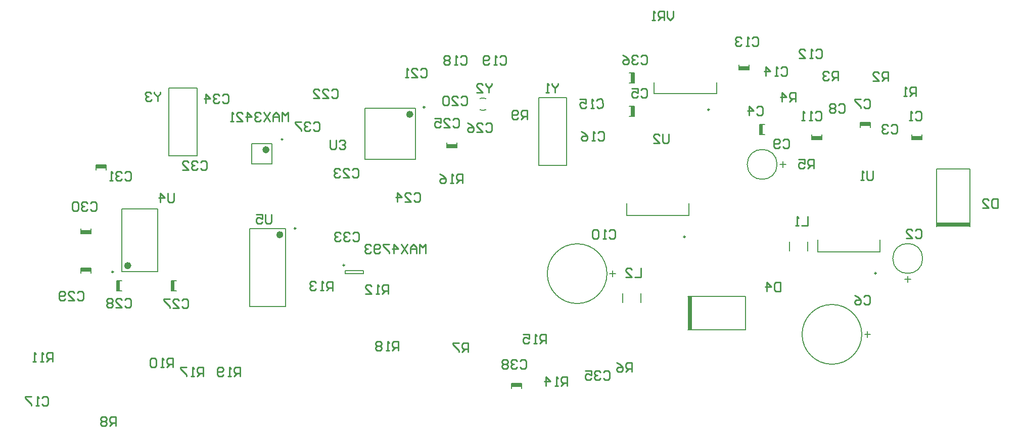
<source format=gbo>
%FSLAX25Y25*%
%MOIN*%
G70*
G01*
G75*
G04 Layer_Color=32896*
%ADD10P,0.08352X4X381.0*%
%ADD11R,0.05906X0.05906*%
%ADD12P,0.08352X4X393.0*%
%ADD13P,0.08352X4X375.0*%
%ADD14P,0.08352X4X387.0*%
%ADD15P,0.08352X4X165.0*%
%ADD16R,0.05906X0.05906*%
%ADD17C,0.01000*%
%ADD18C,0.01969*%
%ADD19C,0.07874*%
%ADD20C,0.14961*%
%ADD21C,0.11811*%
%ADD22C,0.07575*%
%ADD23C,0.09843*%
%ADD24P,0.08908X4X47.0*%
%ADD25C,0.06299*%
%ADD26C,0.18740*%
%ADD27P,0.09410X4X312.0*%
%ADD28C,0.06654*%
%ADD29C,0.05906*%
%ADD30C,0.11024*%
%ADD31R,0.11024X0.11024*%
%ADD32C,0.25000*%
%ADD33C,0.05512*%
%ADD34P,0.05966X8X112.5*%
%ADD35R,0.06654X0.06654*%
%ADD36R,0.11024X0.11024*%
%ADD37R,0.04921X0.04921*%
%ADD38C,0.04921*%
G04:AMPARAMS|DCode=39|XSize=60mil|YSize=59.96mil|CornerRadius=0mil|HoleSize=0mil|Usage=FLASHONLY|Rotation=357.000|XOffset=0mil|YOffset=0mil|HoleType=Round|Shape=Round|*
%AMOVALD39*
21,1,0.00004,0.05996,0.00000,0.00000,357.0*
1,1,0.05996,-0.00002,0.00000*
1,1,0.05996,0.00002,-0.00000*
%
%ADD39OVALD39*%

%ADD40C,0.04724*%
%ADD41R,0.04921X0.04921*%
%ADD42C,0.05000*%
%ADD43O,0.01181X0.09843*%
%ADD44O,0.09843X0.01181*%
%ADD45R,0.03150X0.03543*%
%ADD46R,0.03543X0.03150*%
%ADD47R,0.07480X0.05906*%
%ADD48R,0.12992X0.05512*%
%ADD49O,0.09055X0.02362*%
%ADD50R,0.03937X0.15551*%
%ADD51R,0.05906X0.07480*%
%ADD52R,0.05906X0.09449*%
%ADD53R,0.27362X0.35827*%
%ADD54R,0.28740X0.34252*%
%ADD55R,0.02362X0.04331*%
%ADD56O,0.06102X0.01181*%
%ADD57O,0.01181X0.06102*%
%ADD58C,0.00984*%
%ADD59C,0.00787*%
%ADD60C,0.00500*%
%ADD61C,0.00591*%
%ADD62P,0.09483X4X381.0*%
%ADD63R,0.06706X0.06706*%
%ADD64P,0.09483X4X393.0*%
%ADD65P,0.09483X4X375.0*%
%ADD66P,0.09483X4X387.0*%
%ADD67P,0.09483X4X165.0*%
%ADD68R,0.06706X0.06706*%
%ADD69C,0.08674*%
%ADD70C,0.15761*%
%ADD71C,0.12611*%
%ADD72C,0.08375*%
%ADD73C,0.10642*%
%ADD74P,0.10040X4X47.0*%
%ADD75C,0.07099*%
%ADD76C,0.19540*%
%ADD77P,0.10541X4X312.0*%
%ADD78C,0.07453*%
%ADD79C,0.06706*%
%ADD80C,0.11824*%
%ADD81R,0.11824X0.11824*%
%ADD82C,0.25800*%
%ADD83C,0.06312*%
%ADD84P,0.06832X8X112.5*%
%ADD85R,0.07453X0.07453*%
%ADD86R,0.11824X0.11824*%
%ADD87R,0.05721X0.05721*%
%ADD88C,0.05721*%
G04:AMPARAMS|DCode=89|XSize=68mil|YSize=67.96mil|CornerRadius=0mil|HoleSize=0mil|Usage=FLASHONLY|Rotation=357.000|XOffset=0mil|YOffset=0mil|HoleType=Round|Shape=Round|*
%AMOVALD89*
21,1,0.00004,0.06796,0.00000,0.00000,357.0*
1,1,0.06796,-0.00002,0.00000*
1,1,0.06796,0.00002,-0.00000*
%
%ADD89OVALD89*%

%ADD90C,0.05524*%
%ADD91R,0.05721X0.05721*%
%ADD92C,0.05800*%
%ADD93O,0.01981X0.10642*%
%ADD94O,0.10642X0.01981*%
%ADD95R,0.03950X0.04343*%
%ADD96R,0.04343X0.03950*%
%ADD97R,0.08280X0.06706*%
%ADD98R,0.13792X0.06312*%
%ADD99O,0.09855X0.03162*%
%ADD100R,0.04737X0.16351*%
%ADD101R,0.06706X0.08280*%
%ADD102R,0.06706X0.10249*%
%ADD103R,0.28162X0.36627*%
%ADD104R,0.29540X0.35052*%
%ADD105R,0.03162X0.05131*%
%ADD106O,0.06902X0.01981*%
%ADD107O,0.01981X0.06902*%
%ADD108C,0.02362*%
%ADD109R,0.22047X0.03150*%
%ADD110R,0.06693X0.02165*%
%ADD111R,0.03150X0.22047*%
%ADD112R,0.02165X0.06693*%
D17*
X901110Y906088D02*
Y901090D01*
X902110Y900090D01*
X904109D01*
X905109Y901090D01*
Y906088D01*
X907108Y905088D02*
X908108Y906088D01*
X910107D01*
X911107Y905088D01*
Y904089D01*
X910107Y903089D01*
X909107D01*
X910107D01*
X911107Y902089D01*
Y901090D01*
X910107Y900090D01*
X908108D01*
X907108Y901090D01*
X1085001Y846098D02*
X1086001Y847098D01*
X1088000D01*
X1089000Y846098D01*
Y842100D01*
X1088000Y841100D01*
X1086001D01*
X1085001Y842100D01*
X1083002Y841100D02*
X1081003D01*
X1082002D01*
Y847098D01*
X1083002Y846098D01*
X1078004D02*
X1077004Y847098D01*
X1075004D01*
X1074005Y846098D01*
Y842100D01*
X1075004Y841100D01*
X1077004D01*
X1078004Y842100D01*
Y846098D01*
X1341500Y867498D02*
Y861500D01*
X1338501D01*
X1337501Y862500D01*
Y866498D01*
X1338501Y867498D01*
X1341500D01*
X1331503Y861500D02*
X1335502D01*
X1331503Y865499D01*
Y866498D01*
X1332503Y867498D01*
X1334502D01*
X1335502Y866498D01*
X830031Y935438D02*
X831031Y936438D01*
X833030D01*
X834030Y935438D01*
Y931440D01*
X833030Y930440D01*
X831031D01*
X830031Y931440D01*
X828032Y935438D02*
X827032Y936438D01*
X825033D01*
X824033Y935438D01*
Y934439D01*
X825033Y933439D01*
X826033D01*
X825033D01*
X824033Y932439D01*
Y931440D01*
X825033Y930440D01*
X827032D01*
X828032Y931440D01*
X819035Y930440D02*
Y936438D01*
X822034Y933439D01*
X818035D01*
X815601Y891298D02*
X816601Y892298D01*
X818600D01*
X819600Y891298D01*
Y887300D01*
X818600Y886300D01*
X816601D01*
X815601Y887300D01*
X813602Y891298D02*
X812602Y892298D01*
X810603D01*
X809603Y891298D01*
Y890299D01*
X810603Y889299D01*
X811603D01*
X810603D01*
X809603Y888299D01*
Y887300D01*
X810603Y886300D01*
X812602D01*
X813602Y887300D01*
X803605Y886300D02*
X807604D01*
X803605Y890299D01*
Y891298D01*
X804605Y892298D01*
X806604D01*
X807604Y891298D01*
X964080Y831420D02*
Y837418D01*
X962081Y835419D01*
X960081Y837418D01*
Y831420D01*
X958082D02*
Y835419D01*
X956083Y837418D01*
X954083Y835419D01*
Y831420D01*
Y834419D01*
X958082D01*
X952084Y837418D02*
X948085Y831420D01*
Y837418D02*
X952084Y831420D01*
X943087D02*
Y837418D01*
X946086Y834419D01*
X942087D01*
X940088Y837418D02*
X936089D01*
Y836418D01*
X940088Y832420D01*
Y831420D01*
X934090Y832420D02*
X933090Y831420D01*
X931091D01*
X930091Y832420D01*
Y836418D01*
X931091Y837418D01*
X933090D01*
X934090Y836418D01*
Y835419D01*
X933090Y834419D01*
X930091D01*
X928092Y836418D02*
X927092Y837418D01*
X925093D01*
X924093Y836418D01*
Y835419D01*
X925093Y834419D01*
X926092D01*
X925093D01*
X924093Y833419D01*
Y832420D01*
X925093Y831420D01*
X927092D01*
X928092Y832420D01*
X1007700Y943198D02*
Y942198D01*
X1005701Y940199D01*
X1003701Y942198D01*
Y943198D01*
X1005701Y940199D02*
Y937200D01*
X997703D02*
X1001702D01*
X997703Y941199D01*
Y942198D01*
X998703Y943198D01*
X1000702D01*
X1001702Y942198D01*
X862500Y856998D02*
Y852000D01*
X861500Y851000D01*
X859501D01*
X858501Y852000D01*
Y856998D01*
X852503D02*
X856502D01*
Y853999D01*
X854503Y854999D01*
X853503D01*
X852503Y853999D01*
Y852000D01*
X853503Y851000D01*
X855502D01*
X856502Y852000D01*
X798100Y870898D02*
Y865900D01*
X797100Y864900D01*
X795101D01*
X794101Y865900D01*
Y870898D01*
X789103Y864900D02*
Y870898D01*
X792102Y867899D01*
X788103D01*
X841690Y750490D02*
X841589Y756487D01*
X838590Y756436D01*
X837607Y755420D01*
X837641Y753421D01*
X838658Y752438D01*
X841656Y752489D01*
X839657Y752455D02*
X837692Y750422D01*
X835693Y750389D02*
X833694Y750355D01*
X834693Y750372D01*
X834592Y756369D01*
X835608Y755386D01*
X830678Y751304D02*
X829696Y750287D01*
X827697Y750254D01*
X826680Y751236D01*
X826613Y755234D01*
X827595Y756251D01*
X829594Y756285D01*
X830611Y755302D01*
X830628Y754302D01*
X829645Y753286D01*
X826646Y753235D01*
X945900Y767400D02*
Y773398D01*
X942901D01*
X941901Y772398D01*
Y770399D01*
X942901Y769399D01*
X945900D01*
X943901D02*
X941901Y767400D01*
X939902D02*
X937903D01*
X938902D01*
Y773398D01*
X939902Y772398D01*
X934904D02*
X933904Y773398D01*
X931905D01*
X930905Y772398D01*
Y771399D01*
X931905Y770399D01*
X930905Y769399D01*
Y768400D01*
X931905Y767400D01*
X933904D01*
X934904Y768400D01*
Y769399D01*
X933904Y770399D01*
X934904Y771399D01*
Y772398D01*
X933904Y770399D02*
X931905D01*
X817500Y750400D02*
Y756398D01*
X814501D01*
X813501Y755398D01*
Y753399D01*
X814501Y752399D01*
X817500D01*
X815501D02*
X813501Y750400D01*
X811502D02*
X809503D01*
X810502D01*
Y756398D01*
X811502Y755398D01*
X806504Y756398D02*
X802505D01*
Y755398D01*
X806504Y751400D01*
Y750400D01*
X988500Y877800D02*
Y883798D01*
X985501D01*
X984501Y882798D01*
Y880799D01*
X985501Y879799D01*
X988500D01*
X986501D02*
X984501Y877800D01*
X982502D02*
X980503D01*
X981502D01*
Y883798D01*
X982502Y882798D01*
X973505Y883798D02*
X975504Y882798D01*
X977504Y880799D01*
Y878800D01*
X976504Y877800D01*
X974504D01*
X973505Y878800D01*
Y879799D01*
X974504Y880799D01*
X977504D01*
X1043400Y771900D02*
Y777898D01*
X1040401D01*
X1039401Y776898D01*
Y774899D01*
X1040401Y773899D01*
X1043400D01*
X1041401D02*
X1039401Y771900D01*
X1037402D02*
X1035403D01*
X1036402D01*
Y777898D01*
X1037402Y776898D01*
X1028405Y777898D02*
X1032404D01*
Y774899D01*
X1030404Y775899D01*
X1029405D01*
X1028405Y774899D01*
Y772900D01*
X1029405Y771900D01*
X1031404D01*
X1032404Y772900D01*
X1057400Y743900D02*
Y749898D01*
X1054401D01*
X1053401Y748898D01*
Y746899D01*
X1054401Y745899D01*
X1057400D01*
X1055401D02*
X1053401Y743900D01*
X1051402D02*
X1049403D01*
X1050402D01*
Y749898D01*
X1051402Y748898D01*
X1043404Y743900D02*
Y749898D01*
X1046404Y746899D01*
X1042405D01*
X902800Y806800D02*
X902861Y812798D01*
X899862Y812828D01*
X898853Y811839D01*
X898832Y809840D01*
X899821Y808830D01*
X902820Y808799D01*
X900821Y808820D02*
X898802Y806841D01*
X896802Y806861D02*
X894803Y806882D01*
X895803Y806872D01*
X895864Y812869D01*
X896853Y811859D01*
X891855Y811910D02*
X890866Y812920D01*
X888867Y812941D01*
X887857Y811951D01*
X887846Y810952D01*
X888836Y809942D01*
X889835Y809932D01*
X888836Y809942D01*
X887826Y808952D01*
X887816Y807953D01*
X888805Y806943D01*
X890804Y806923D01*
X891814Y807912D01*
X939500Y804800D02*
Y810798D01*
X936501D01*
X935501Y809798D01*
Y807799D01*
X936501Y806799D01*
X939500D01*
X937501D02*
X935501Y804800D01*
X933502D02*
X931503D01*
X932502D01*
Y810798D01*
X933502Y809798D01*
X924505Y804800D02*
X928504D01*
X924505Y808799D01*
Y809798D01*
X925504Y810798D01*
X927504D01*
X928504Y809798D01*
X718000Y760000D02*
Y765998D01*
X715001D01*
X714001Y764998D01*
Y762999D01*
X715001Y761999D01*
X718000D01*
X716001D02*
X714001Y760000D01*
X712002D02*
X710003D01*
X711002D01*
Y765998D01*
X712002Y764998D01*
X707004Y760000D02*
X705004D01*
X706004D01*
Y765998D01*
X707004Y764998D01*
X797400Y756500D02*
Y762498D01*
X794401D01*
X793401Y761498D01*
Y759499D01*
X794401Y758499D01*
X797400D01*
X795401D02*
X793401Y756500D01*
X791402D02*
X789403D01*
X790402D01*
Y762498D01*
X791402Y761498D01*
X786404D02*
X785404Y762498D01*
X783404D01*
X782405Y761498D01*
Y757500D01*
X783404Y756500D01*
X785404D01*
X786404Y757500D01*
Y761498D01*
X1031200Y919600D02*
Y925598D01*
X1028201D01*
X1027201Y924598D01*
Y922599D01*
X1028201Y921599D01*
X1031200D01*
X1029201D02*
X1027201Y919600D01*
X1025202Y920600D02*
X1024202Y919600D01*
X1022203D01*
X1021203Y920600D01*
Y924598D01*
X1022203Y925598D01*
X1024202D01*
X1025202Y924598D01*
Y923599D01*
X1024202Y922599D01*
X1021203D01*
X759800Y717700D02*
Y723698D01*
X756801D01*
X755801Y722698D01*
Y720699D01*
X756801Y719699D01*
X759800D01*
X757801D02*
X755801Y717700D01*
X753802Y722698D02*
X752802Y723698D01*
X750803D01*
X749803Y722698D01*
Y721699D01*
X750803Y720699D01*
X749803Y719699D01*
Y718700D01*
X750803Y717700D01*
X752802D01*
X753802Y718700D01*
Y719699D01*
X752802Y720699D01*
X753802Y721699D01*
Y722698D01*
X752802Y720699D02*
X750803D01*
X991900Y766400D02*
Y772398D01*
X988901D01*
X987901Y771398D01*
Y769399D01*
X988901Y768399D01*
X991900D01*
X989901D02*
X987901Y766400D01*
X985902Y772398D02*
X981903D01*
Y771398D01*
X985902Y767400D01*
Y766400D01*
X1099900Y753400D02*
Y759398D01*
X1096901D01*
X1095901Y758398D01*
Y756399D01*
X1096901Y755399D01*
X1099900D01*
X1097901D02*
X1095901Y753400D01*
X1089903Y759398D02*
X1091903Y758398D01*
X1093902Y756399D01*
Y754400D01*
X1092902Y753400D01*
X1090903D01*
X1089903Y754400D01*
Y755399D01*
X1090903Y756399D01*
X1093902D01*
X1219900Y887400D02*
Y893398D01*
X1216901D01*
X1215901Y892398D01*
Y890399D01*
X1216901Y889399D01*
X1219900D01*
X1217901D02*
X1215901Y887400D01*
X1209903Y893398D02*
X1213902D01*
Y890399D01*
X1211903Y891399D01*
X1210903D01*
X1209903Y890399D01*
Y888400D01*
X1210903Y887400D01*
X1212902D01*
X1213902Y888400D01*
X1207900Y931400D02*
Y937398D01*
X1204901D01*
X1203901Y936398D01*
Y934399D01*
X1204901Y933399D01*
X1207900D01*
X1205901D02*
X1203901Y931400D01*
X1198903D02*
Y937398D01*
X1201902Y934399D01*
X1197903D01*
X1235900Y945400D02*
Y951398D01*
X1232901D01*
X1231901Y950398D01*
Y948399D01*
X1232901Y947399D01*
X1235900D01*
X1233901D02*
X1231901Y945400D01*
X1229902Y950398D02*
X1228902Y951398D01*
X1226903D01*
X1225903Y950398D01*
Y949399D01*
X1226903Y948399D01*
X1227903D01*
X1226903D01*
X1225903Y947399D01*
Y946400D01*
X1226903Y945400D01*
X1228902D01*
X1229902Y946400D01*
X1269110Y945140D02*
Y951138D01*
X1266111D01*
X1265111Y950138D01*
Y948139D01*
X1266111Y947139D01*
X1269110D01*
X1267111D02*
X1265111Y945140D01*
X1259113D02*
X1263112D01*
X1259113Y949139D01*
Y950138D01*
X1260113Y951138D01*
X1262112D01*
X1263112Y950138D01*
X1287290Y935070D02*
Y941068D01*
X1284291D01*
X1283291Y940068D01*
Y938069D01*
X1284291Y937069D01*
X1287290D01*
X1285291D02*
X1283291Y935070D01*
X1281292D02*
X1279293D01*
X1280292D01*
Y941068D01*
X1281292Y940068D01*
X1106100Y821798D02*
Y815800D01*
X1102101D01*
X1096103D02*
X1100102D01*
X1096103Y819799D01*
Y820798D01*
X1097103Y821798D01*
X1099102D01*
X1100102Y820798D01*
X1216100Y855798D02*
Y849800D01*
X1212101D01*
X1210102D02*
X1208103D01*
X1209102D01*
Y855798D01*
X1210102Y854798D01*
X1198000Y812398D02*
Y806400D01*
X1195001D01*
X1194001Y807400D01*
Y811398D01*
X1195001Y812398D01*
X1198000D01*
X1189003Y806400D02*
Y812398D01*
X1192002Y809399D01*
X1188003D01*
X1026251Y760228D02*
X1027251Y761228D01*
X1029250D01*
X1030250Y760228D01*
Y756230D01*
X1029250Y755230D01*
X1027251D01*
X1026251Y756230D01*
X1024252Y760228D02*
X1023252Y761228D01*
X1021253D01*
X1020253Y760228D01*
Y759229D01*
X1021253Y758229D01*
X1022253D01*
X1021253D01*
X1020253Y757229D01*
Y756230D01*
X1021253Y755230D01*
X1023252D01*
X1024252Y756230D01*
X1018254Y760228D02*
X1017254Y761228D01*
X1015255D01*
X1014255Y760228D01*
Y759229D01*
X1015255Y758229D01*
X1014255Y757229D01*
Y756230D01*
X1015255Y755230D01*
X1017254D01*
X1018254Y756230D01*
Y757229D01*
X1017254Y758229D01*
X1018254Y759229D01*
Y760228D01*
X1017254Y758229D02*
X1015255D01*
X890081Y917078D02*
X891081Y918078D01*
X893080D01*
X894080Y917078D01*
Y913080D01*
X893080Y912080D01*
X891081D01*
X890081Y913080D01*
X888082Y917078D02*
X887082Y918078D01*
X885083D01*
X884083Y917078D01*
Y916079D01*
X885083Y915079D01*
X886083D01*
X885083D01*
X884083Y914079D01*
Y913080D01*
X885083Y912080D01*
X887082D01*
X888082Y913080D01*
X882084Y918078D02*
X878085D01*
Y917078D01*
X882084Y913080D01*
Y912080D01*
X1106201Y960898D02*
X1107201Y961898D01*
X1109200D01*
X1110200Y960898D01*
Y956900D01*
X1109200Y955900D01*
X1107201D01*
X1106201Y956900D01*
X1104202Y960898D02*
X1103202Y961898D01*
X1101203D01*
X1100203Y960898D01*
Y959899D01*
X1101203Y958899D01*
X1102203D01*
X1101203D01*
X1100203Y957899D01*
Y956900D01*
X1101203Y955900D01*
X1103202D01*
X1104202Y956900D01*
X1094205Y961898D02*
X1096204Y960898D01*
X1098204Y958899D01*
Y956900D01*
X1097204Y955900D01*
X1095205D01*
X1094205Y956900D01*
Y957899D01*
X1095205Y958899D01*
X1098204D01*
X1081401Y752898D02*
X1082401Y753898D01*
X1084400D01*
X1085400Y752898D01*
Y748900D01*
X1084400Y747900D01*
X1082401D01*
X1081401Y748900D01*
X1079402Y752898D02*
X1078402Y753898D01*
X1076403D01*
X1075403Y752898D01*
Y751899D01*
X1076403Y750899D01*
X1077403D01*
X1076403D01*
X1075403Y749899D01*
Y748900D01*
X1076403Y747900D01*
X1078402D01*
X1079402Y748900D01*
X1069405Y753898D02*
X1073404D01*
Y750899D01*
X1071404Y751899D01*
X1070405D01*
X1069405Y750899D01*
Y748900D01*
X1070405Y747900D01*
X1072404D01*
X1073404Y748900D01*
X915901Y844398D02*
X916901Y845398D01*
X918900D01*
X919900Y844398D01*
Y840400D01*
X918900Y839400D01*
X916901D01*
X915901Y840400D01*
X913902Y844398D02*
X912902Y845398D01*
X910903D01*
X909903Y844398D01*
Y843399D01*
X910903Y842399D01*
X911903D01*
X910903D01*
X909903Y841399D01*
Y840400D01*
X910903Y839400D01*
X912902D01*
X913902Y840400D01*
X907904Y844398D02*
X906904Y845398D01*
X904905D01*
X903905Y844398D01*
Y843399D01*
X904905Y842399D01*
X905904D01*
X904905D01*
X903905Y841399D01*
Y840400D01*
X904905Y839400D01*
X906904D01*
X907904Y840400D01*
X743001Y864498D02*
X744001Y865498D01*
X746000D01*
X747000Y864498D01*
Y860500D01*
X746000Y859500D01*
X744001D01*
X743001Y860500D01*
X741002Y864498D02*
X740002Y865498D01*
X738003D01*
X737003Y864498D01*
Y863499D01*
X738003Y862499D01*
X739003D01*
X738003D01*
X737003Y861499D01*
Y860500D01*
X738003Y859500D01*
X740002D01*
X741002Y860500D01*
X735004Y864498D02*
X734004Y865498D01*
X732005D01*
X731005Y864498D01*
Y860500D01*
X732005Y859500D01*
X734004D01*
X735004Y860500D01*
Y864498D01*
X734501Y805398D02*
X735501Y806398D01*
X737500D01*
X738500Y805398D01*
Y801400D01*
X737500Y800400D01*
X735501D01*
X734501Y801400D01*
X728503Y800400D02*
X732502D01*
X728503Y804399D01*
Y805398D01*
X729503Y806398D01*
X731502D01*
X732502Y805398D01*
X726504Y801400D02*
X725504Y800400D01*
X723505D01*
X722505Y801400D01*
Y805398D01*
X723505Y806398D01*
X725504D01*
X726504Y805398D01*
Y804399D01*
X725504Y803399D01*
X722505D01*
X765701Y800798D02*
X766701Y801798D01*
X768700D01*
X769700Y800798D01*
Y796800D01*
X768700Y795800D01*
X766701D01*
X765701Y796800D01*
X759703Y795800D02*
X763702D01*
X759703Y799799D01*
Y800798D01*
X760703Y801798D01*
X762702D01*
X763702Y800798D01*
X757704D02*
X756704Y801798D01*
X754705D01*
X753705Y800798D01*
Y799799D01*
X754705Y798799D01*
X753705Y797799D01*
Y796800D01*
X754705Y795800D01*
X756704D01*
X757704Y796800D01*
Y797799D01*
X756704Y798799D01*
X757704Y799799D01*
Y800798D01*
X756704Y798799D02*
X754705D01*
X803301Y800298D02*
X804301Y801298D01*
X806300D01*
X807300Y800298D01*
Y796300D01*
X806300Y795300D01*
X804301D01*
X803301Y796300D01*
X797303Y795300D02*
X801302D01*
X797303Y799299D01*
Y800298D01*
X798303Y801298D01*
X800302D01*
X801302Y800298D01*
X795304Y801298D02*
X791305D01*
Y800298D01*
X795304Y796300D01*
Y795300D01*
X1003801Y916198D02*
X1004801Y917198D01*
X1006800D01*
X1007800Y916198D01*
Y912200D01*
X1006800Y911200D01*
X1004801D01*
X1003801Y912200D01*
X997803Y911200D02*
X1001802D01*
X997803Y915199D01*
Y916198D01*
X998803Y917198D01*
X1000802D01*
X1001802Y916198D01*
X991805Y917198D02*
X993804Y916198D01*
X995804Y914199D01*
Y912200D01*
X994804Y911200D01*
X992805D01*
X991805Y912200D01*
Y913199D01*
X992805Y914199D01*
X995804D01*
X982001Y919498D02*
X983001Y920498D01*
X985000D01*
X986000Y919498D01*
Y915500D01*
X985000Y914500D01*
X983001D01*
X982001Y915500D01*
X976003Y914500D02*
X980002D01*
X976003Y918499D01*
Y919498D01*
X977003Y920498D01*
X979002D01*
X980002Y919498D01*
X970005Y920498D02*
X974004D01*
Y917499D01*
X972005Y918499D01*
X971005D01*
X970005Y917499D01*
Y915500D01*
X971005Y914500D01*
X973004D01*
X974004Y915500D01*
X956301Y870198D02*
X957301Y871198D01*
X959300D01*
X960300Y870198D01*
Y866200D01*
X959300Y865200D01*
X957301D01*
X956301Y866200D01*
X950303Y865200D02*
X954302D01*
X950303Y869199D01*
Y870198D01*
X951303Y871198D01*
X953302D01*
X954302Y870198D01*
X945305Y865200D02*
Y871198D01*
X948304Y868199D01*
X944305D01*
X915801Y886298D02*
X916801Y887298D01*
X918800D01*
X919800Y886298D01*
Y882300D01*
X918800Y881300D01*
X916801D01*
X915801Y882300D01*
X909803Y881300D02*
X913802D01*
X909803Y885299D01*
Y886298D01*
X910803Y887298D01*
X912802D01*
X913802Y886298D01*
X907804D02*
X906804Y887298D01*
X904805D01*
X903805Y886298D01*
Y885299D01*
X904805Y884299D01*
X905805D01*
X904805D01*
X903805Y883299D01*
Y882300D01*
X904805Y881300D01*
X906804D01*
X907804Y882300D01*
X902201Y938598D02*
X903201Y939598D01*
X905200D01*
X906200Y938598D01*
Y934600D01*
X905200Y933600D01*
X903201D01*
X902201Y934600D01*
X896203Y933600D02*
X900202D01*
X896203Y937599D01*
Y938598D01*
X897203Y939598D01*
X899202D01*
X900202Y938598D01*
X890205Y933600D02*
X894204D01*
X890205Y937599D01*
Y938598D01*
X891205Y939598D01*
X893204D01*
X894204Y938598D01*
X960801Y952198D02*
X961801Y953198D01*
X963800D01*
X964800Y952198D01*
Y948200D01*
X963800Y947200D01*
X961801D01*
X960801Y948200D01*
X954803Y947200D02*
X958802D01*
X954803Y951199D01*
Y952198D01*
X955803Y953198D01*
X957802D01*
X958802Y952198D01*
X952804Y947200D02*
X950805D01*
X951804D01*
Y953198D01*
X952804Y952198D01*
X987381Y934088D02*
X988381Y935088D01*
X990380D01*
X991380Y934088D01*
Y930090D01*
X990380Y929090D01*
X988381D01*
X987381Y930090D01*
X981383Y929090D02*
X985382D01*
X981383Y933089D01*
Y934088D01*
X982383Y935088D01*
X984382D01*
X985382Y934088D01*
X979384D02*
X978384Y935088D01*
X976385D01*
X975385Y934088D01*
Y930090D01*
X976385Y929090D01*
X978384D01*
X979384Y930090D01*
Y934088D01*
X1013201Y960598D02*
X1014201Y961598D01*
X1016200D01*
X1017200Y960598D01*
Y956600D01*
X1016200Y955600D01*
X1014201D01*
X1013201Y956600D01*
X1011202Y955600D02*
X1009203D01*
X1010202D01*
Y961598D01*
X1011202Y960598D01*
X1006204Y956600D02*
X1005204Y955600D01*
X1003205D01*
X1002205Y956600D01*
Y960598D01*
X1003205Y961598D01*
X1005204D01*
X1006204Y960598D01*
Y959599D01*
X1005204Y958599D01*
X1002205D01*
X987201Y960598D02*
X988201Y961598D01*
X990200D01*
X991200Y960598D01*
Y956600D01*
X990200Y955600D01*
X988201D01*
X987201Y956600D01*
X985202Y955600D02*
X983203D01*
X984202D01*
Y961598D01*
X985202Y960598D01*
X980204D02*
X979204Y961598D01*
X977205D01*
X976205Y960598D01*
Y959599D01*
X977205Y958599D01*
X976205Y957599D01*
Y956600D01*
X977205Y955600D01*
X979204D01*
X980204Y956600D01*
Y957599D01*
X979204Y958599D01*
X980204Y959599D01*
Y960598D01*
X979204Y958599D02*
X977205D01*
X710950Y735957D02*
X711939Y736967D01*
X713938Y736987D01*
X714948Y735998D01*
X714990Y732000D01*
X714000Y730990D01*
X712001Y730969D01*
X710991Y731958D01*
X709002Y730938D02*
X707003Y730917D01*
X708003Y730928D01*
X707940Y736925D01*
X708951Y735936D01*
X703942Y736884D02*
X699943Y736842D01*
X699954Y735843D01*
X703994Y731886D01*
X704004Y730886D01*
X1077801Y910698D02*
X1078801Y911698D01*
X1080800D01*
X1081800Y910698D01*
Y906700D01*
X1080800Y905700D01*
X1078801D01*
X1077801Y906700D01*
X1075802Y905700D02*
X1073803D01*
X1074802D01*
Y911698D01*
X1075802Y910698D01*
X1066805Y911698D02*
X1068804Y910698D01*
X1070804Y908699D01*
Y906700D01*
X1069804Y905700D01*
X1067805D01*
X1066805Y906700D01*
Y907699D01*
X1067805Y908699D01*
X1070804D01*
X1076794Y932111D02*
X1077772Y933132D01*
X1079771Y933175D01*
X1080792Y932197D01*
X1080878Y928199D01*
X1079900Y927178D01*
X1077902Y927135D01*
X1076881Y928113D01*
X1074903Y927070D02*
X1072904Y927027D01*
X1073904Y927048D01*
X1073774Y933045D01*
X1074795Y932067D01*
X1065778Y932872D02*
X1069776Y932958D01*
X1069841Y929960D01*
X1067821Y930916D01*
X1066821Y930894D01*
X1065843Y929873D01*
X1065887Y927875D01*
X1066908Y926897D01*
X1068907Y926940D01*
X1069884Y927961D01*
X1198501Y953498D02*
X1199501Y954498D01*
X1201500D01*
X1202500Y953498D01*
Y949500D01*
X1201500Y948500D01*
X1199501D01*
X1198501Y949500D01*
X1196502Y948500D02*
X1194503D01*
X1195502D01*
Y954498D01*
X1196502Y953498D01*
X1188505Y948500D02*
Y954498D01*
X1191504Y951499D01*
X1187505D01*
X1179501Y972998D02*
X1180501Y973998D01*
X1182500D01*
X1183500Y972998D01*
Y969000D01*
X1182500Y968000D01*
X1180501D01*
X1179501Y969000D01*
X1177502Y968000D02*
X1175503D01*
X1176502D01*
Y973998D01*
X1177502Y972998D01*
X1172504D02*
X1171504Y973998D01*
X1169505D01*
X1168505Y972998D01*
Y971999D01*
X1169505Y970999D01*
X1170504D01*
X1169505D01*
X1168505Y969999D01*
Y969000D01*
X1169505Y968000D01*
X1171504D01*
X1172504Y969000D01*
X1221501Y964998D02*
X1222501Y965998D01*
X1224500D01*
X1225500Y964998D01*
Y961000D01*
X1224500Y960000D01*
X1222501D01*
X1221501Y961000D01*
X1219502Y960000D02*
X1217503D01*
X1218502D01*
Y965998D01*
X1219502Y964998D01*
X1210505Y960000D02*
X1214504D01*
X1210505Y963999D01*
Y964998D01*
X1211504Y965998D01*
X1213504D01*
X1214504Y964998D01*
X1220901Y924098D02*
X1221901Y925098D01*
X1223900D01*
X1224900Y924098D01*
Y920100D01*
X1223900Y919100D01*
X1221901D01*
X1220901Y920100D01*
X1218902Y919100D02*
X1216903D01*
X1217902D01*
Y925098D01*
X1218902Y924098D01*
X1213904Y919100D02*
X1211904D01*
X1212904D01*
Y925098D01*
X1213904Y924098D01*
X1199761Y905618D02*
X1200761Y906618D01*
X1202760D01*
X1203760Y905618D01*
Y901620D01*
X1202760Y900620D01*
X1200761D01*
X1199761Y901620D01*
X1197762D02*
X1196762Y900620D01*
X1194763D01*
X1193763Y901620D01*
Y905618D01*
X1194763Y906618D01*
X1196762D01*
X1197762Y905618D01*
Y904619D01*
X1196762Y903619D01*
X1193763D01*
X1236501Y928998D02*
X1237501Y929998D01*
X1239500D01*
X1240500Y928998D01*
Y925000D01*
X1239500Y924000D01*
X1237501D01*
X1236501Y925000D01*
X1234502Y928998D02*
X1233502Y929998D01*
X1231503D01*
X1230503Y928998D01*
Y927999D01*
X1231503Y926999D01*
X1230503Y925999D01*
Y925000D01*
X1231503Y924000D01*
X1233502D01*
X1234502Y925000D01*
Y925999D01*
X1233502Y926999D01*
X1234502Y927999D01*
Y928998D01*
X1233502Y926999D02*
X1231503D01*
X1252901Y932098D02*
X1253901Y933098D01*
X1255900D01*
X1256900Y932098D01*
Y928100D01*
X1255900Y927100D01*
X1253901D01*
X1252901Y928100D01*
X1250902Y933098D02*
X1246903D01*
Y932098D01*
X1250902Y928100D01*
Y927100D01*
X1106201Y938898D02*
X1107201Y939898D01*
X1109200D01*
X1110200Y938898D01*
Y934900D01*
X1109200Y933900D01*
X1107201D01*
X1106201Y934900D01*
X1100203Y939898D02*
X1104202D01*
Y936899D01*
X1102203Y937899D01*
X1101203D01*
X1100203Y936899D01*
Y934900D01*
X1101203Y933900D01*
X1103202D01*
X1104202Y934900D01*
X1182501Y927498D02*
X1183501Y928498D01*
X1185500D01*
X1186500Y927498D01*
Y923500D01*
X1185500Y922500D01*
X1183501D01*
X1182501Y923500D01*
X1177503Y922500D02*
Y928498D01*
X1180502Y925499D01*
X1176503D01*
X1270901Y915398D02*
X1271901Y916398D01*
X1273900D01*
X1274900Y915398D01*
Y911400D01*
X1273900Y910400D01*
X1271901D01*
X1270901Y911400D01*
X1268902Y915398D02*
X1267902Y916398D01*
X1265903D01*
X1264903Y915398D01*
Y914399D01*
X1265903Y913399D01*
X1266903D01*
X1265903D01*
X1264903Y912399D01*
Y911400D01*
X1265903Y910400D01*
X1267902D01*
X1268902Y911400D01*
X1287201Y846198D02*
X1288201Y847198D01*
X1290200D01*
X1291200Y846198D01*
Y842200D01*
X1290200Y841200D01*
X1288201D01*
X1287201Y842200D01*
X1281203Y841200D02*
X1285202D01*
X1281203Y845199D01*
Y846198D01*
X1282203Y847198D01*
X1284202D01*
X1285202Y846198D01*
X1286901Y924098D02*
X1287901Y925098D01*
X1289900D01*
X1290900Y924098D01*
Y920100D01*
X1289900Y919100D01*
X1287901D01*
X1286901Y920100D01*
X1284902Y919100D02*
X1282903D01*
X1283902D01*
Y925098D01*
X1284902Y924098D01*
X873500Y918400D02*
Y924398D01*
X871501Y922399D01*
X869501Y924398D01*
Y918400D01*
X867502D02*
Y922399D01*
X865503Y924398D01*
X863503Y922399D01*
Y918400D01*
Y921399D01*
X867502D01*
X861504Y924398D02*
X857505Y918400D01*
Y924398D02*
X861504Y918400D01*
X855506Y923398D02*
X854506Y924398D01*
X852507D01*
X851507Y923398D01*
Y922399D01*
X852507Y921399D01*
X853506D01*
X852507D01*
X851507Y920399D01*
Y919400D01*
X852507Y918400D01*
X854506D01*
X855506Y919400D01*
X846509Y918400D02*
Y924398D01*
X849508Y921399D01*
X845509D01*
X839511Y918400D02*
X843510D01*
X839511Y922399D01*
Y923398D01*
X840511Y924398D01*
X842510D01*
X843510Y923398D01*
X837512Y918400D02*
X835512D01*
X836512D01*
Y924398D01*
X837512Y923398D01*
X1258900Y885698D02*
Y880700D01*
X1257900Y879700D01*
X1255901D01*
X1254901Y880700D01*
Y885698D01*
X1252902Y879700D02*
X1250903D01*
X1251902D01*
Y885698D01*
X1252902Y884698D01*
X1127500Y990998D02*
Y986999D01*
X1125501Y985000D01*
X1123501Y986999D01*
Y990998D01*
X1121502Y985000D02*
Y990998D01*
X1118503D01*
X1117503Y989998D01*
Y987999D01*
X1118503Y986999D01*
X1121502D01*
X1119503D02*
X1117503Y985000D01*
X1115504D02*
X1113505D01*
X1114504D01*
Y990998D01*
X1115504Y989998D01*
X1051300Y943198D02*
Y942198D01*
X1049301Y940199D01*
X1047301Y942198D01*
Y943198D01*
X1049301Y940199D02*
Y937200D01*
X1045302D02*
X1043303D01*
X1044302D01*
Y943198D01*
X1045302Y942198D01*
X789188Y937698D02*
X789200Y936698D01*
X787225Y934675D01*
X785201Y936650D01*
X785189Y937650D01*
X787225Y934675D02*
X787261Y931676D01*
X783202Y936626D02*
X782191Y937613D01*
X780191Y937589D01*
X779204Y936578D01*
X779216Y935578D01*
X780227Y934590D01*
X781227Y934603D01*
X780227Y934590D01*
X779240Y933579D01*
X779252Y932579D01*
X780264Y931592D01*
X782263Y931616D01*
X783250Y932627D01*
X1253011Y802638D02*
X1254011Y803638D01*
X1256010D01*
X1257010Y802638D01*
Y798640D01*
X1256010Y797640D01*
X1254011D01*
X1253011Y798640D01*
X1247013Y803638D02*
X1249013Y802638D01*
X1251012Y800639D01*
Y798640D01*
X1250012Y797640D01*
X1248013D01*
X1247013Y798640D01*
Y799639D01*
X1248013Y800639D01*
X1251012D01*
X765701Y884398D02*
X766701Y885398D01*
X768700D01*
X769700Y884398D01*
Y880400D01*
X768700Y879400D01*
X766701D01*
X765701Y880400D01*
X763702Y884398D02*
X762702Y885398D01*
X760703D01*
X759703Y884398D01*
Y883399D01*
X760703Y882399D01*
X761703D01*
X760703D01*
X759703Y881399D01*
Y880400D01*
X760703Y879400D01*
X762702D01*
X763702Y880400D01*
X757704Y879400D02*
X755704D01*
X756704D01*
Y885398D01*
X757704Y884398D01*
X1124270Y909868D02*
Y904870D01*
X1123270Y903870D01*
X1121271D01*
X1120271Y904870D01*
Y909868D01*
X1114273Y903870D02*
X1118272D01*
X1114273Y907869D01*
Y908868D01*
X1115273Y909868D01*
X1117272D01*
X1118272Y908868D01*
D58*
X963536Y927720D02*
G03*
X963536Y927720I-492J0D01*
G01*
X758079Y819153D02*
G03*
X758079Y819153I-492J0D01*
G01*
X878405Y847847D02*
G03*
X878405Y847847I-492J0D01*
G01*
X1261207Y818283D02*
G03*
X1261207Y818283I-492J0D01*
G01*
X1151110Y926106D02*
G03*
X1151110Y926106I-492J0D01*
G01*
X910518Y823600D02*
G03*
X910518Y823600I-492J0D01*
G01*
X1135207Y842284D02*
G03*
X1135207Y842284I-492J0D01*
G01*
X869878Y906546D02*
G03*
X869878Y906546I-492J0D01*
G01*
D59*
X1083685Y818000D02*
G03*
X1083685Y818000I-19685J0D01*
G01*
X1291842Y828000D02*
G03*
X1291842Y828000I-9843J0D01*
G01*
X1003867Y933280D02*
G03*
X999923Y933383I-2067J-3580D01*
G01*
X999923Y926017D02*
G03*
X1003867Y926120I1877J3683D01*
G01*
X1195842Y890000D02*
G03*
X1195842Y890000I-9843J0D01*
G01*
X1251720Y778000D02*
G03*
X1251720Y778000I-19685J0D01*
G01*
X924068Y893468D02*
X957532D01*
X924068Y926932D02*
X957532D01*
X924068Y893468D02*
Y926932D01*
X957532Y893468D02*
Y926932D01*
X1323024Y849102D02*
Y886898D01*
X1300976Y849102D02*
Y886898D01*
X1323024D01*
X1038548Y889259D02*
Y934141D01*
X1057052D01*
Y889259D02*
Y934141D01*
X1038548Y889259D02*
X1057052D01*
X813252Y895559D02*
Y940441D01*
X794748Y895559D02*
X813252D01*
X794748D02*
Y940441D01*
X813252D01*
X1225346Y906425D02*
Y909575D01*
X1218654Y906425D02*
Y909575D01*
Y906425D02*
X1225346D01*
X1250654Y914425D02*
Y917575D01*
X1257346Y914425D02*
Y917575D01*
X1250654D02*
X1257346D01*
X1291346Y906425D02*
Y909575D01*
X1284654Y906425D02*
Y909575D01*
Y906425D02*
X1291346D01*
X1093898Y798850D02*
Y805150D01*
X1106102Y798850D02*
Y805150D01*
X1174898Y780976D02*
Y803024D01*
X1137102D02*
X1174898D01*
X1137102Y780976D02*
X1174898D01*
X1203898Y832850D02*
Y839150D01*
X1216102Y832850D02*
Y839150D01*
X763689Y819331D02*
Y860669D01*
X787311Y819331D02*
Y860669D01*
X763689Y819331D02*
X787311D01*
X763689Y860669D02*
X787311D01*
X848189Y796409D02*
X871811D01*
X848189Y847591D02*
X871811D01*
X848189Y796409D02*
Y847591D01*
X871811Y796409D02*
Y847591D01*
X1222709Y832457D02*
Y840331D01*
Y832457D02*
X1263654D01*
Y840331D01*
X1098425Y928346D02*
X1101575D01*
X1098425Y921654D02*
X1101575D01*
Y928346D01*
X1098425Y950346D02*
X1101575D01*
X1098425Y943654D02*
X1101575D01*
Y950346D01*
X1177346Y952425D02*
Y955575D01*
X1170654Y952425D02*
Y955575D01*
Y952425D02*
X1177346D01*
X1184425Y909654D02*
X1187575D01*
X1184425Y916346D02*
X1187575D01*
X1184425Y909654D02*
Y916346D01*
X1114831Y936736D02*
Y944020D01*
Y936736D02*
X1156169D01*
Y944020D01*
X736654Y818425D02*
Y821575D01*
X743346Y818425D02*
Y821575D01*
X736654D02*
X743346D01*
Y844425D02*
Y847575D01*
X736654Y844425D02*
Y847575D01*
Y844425D02*
X743346D01*
X984646Y901125D02*
Y904275D01*
X977954Y901125D02*
Y904275D01*
Y901125D02*
X984646D01*
X911207Y817891D02*
X923018D01*
X911207Y819860D02*
X923018D01*
Y817891D02*
Y819860D01*
X911207Y817891D02*
Y819860D01*
X796425Y806654D02*
X799575D01*
X796425Y813346D02*
X799575D01*
X796425Y806654D02*
Y813346D01*
X760425Y806654D02*
X763575D01*
X760425Y813346D02*
X763575D01*
X760425Y806654D02*
Y813346D01*
X746654Y886425D02*
Y889575D01*
X753346Y886425D02*
Y889575D01*
X746654D02*
X753346D01*
X1020654Y742425D02*
Y745575D01*
X1027346Y742425D02*
Y745575D01*
X1020654D02*
X1027346D01*
X1096709Y856457D02*
Y864331D01*
Y856457D02*
X1137654D01*
Y864331D01*
X862693Y890207D02*
Y903593D01*
X849307Y890207D02*
Y903593D01*
X862693D01*
X849307Y890207D02*
X862693D01*
D61*
X1089453Y817999D02*
X1085517D01*
X1087485Y819967D02*
Y816031D01*
X1281999Y812350D02*
Y816286D01*
X1283967Y814318D02*
X1280031D01*
X1201650Y889999D02*
X1197714D01*
X1199682Y891967D02*
Y888031D01*
X1257488Y777999D02*
X1253552D01*
X1255520Y779967D02*
Y776031D01*
D108*
X954776Y922995D02*
G03*
X954776Y922995I-1181J0D01*
G01*
X768807Y823268D02*
G03*
X768807Y823268I-1181J0D01*
G01*
X869055Y843653D02*
G03*
X869055Y843653I-1181J0D01*
G01*
X859937Y899656D02*
G03*
X859937Y899656I-1181J0D01*
G01*
D109*
X1312000Y850284D02*
D03*
D110*
X1222000Y907508D02*
D03*
X1254000Y916492D02*
D03*
X1288000Y907508D02*
D03*
X1174000Y953508D02*
D03*
X740000Y820492D02*
D03*
Y845508D02*
D03*
X981300Y902208D02*
D03*
X750000Y888492D02*
D03*
X1024000Y744492D02*
D03*
D111*
X1138284Y792000D02*
D03*
D112*
X1100492Y925000D02*
D03*
Y947000D02*
D03*
X1185508Y913000D02*
D03*
X797508Y810000D02*
D03*
X761508D02*
D03*
M02*

</source>
